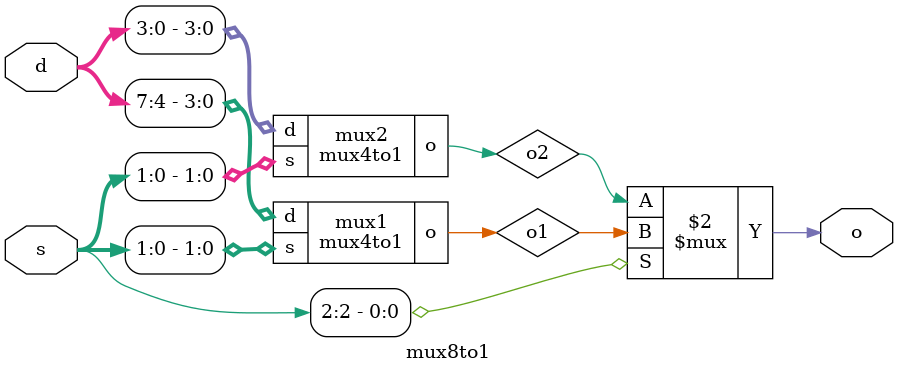
<source format=v>
`timescale 1ns / 1ps

module mux4to1(
    input [1:0]s,
    input [3:0]d,
    output o
);

assign o = (((!s[1])&(!s[0]))&(d[0])) | (((!s[1])&(s[0]))&(d[1])) | (((s[1])&(!s[0]))&(d[2]))  | (((s[1])&(s[0]))&(d[3]));

endmodule


module mux8to1(
    input [2:0]s,
    input [7:0]d,
    output o
    );

wire o1,o2;

mux4to1 mux1(.d(d[7:4]),.s(s[1:0]),.o(o1));
mux4to1 mux2(.d(d[3:0]),.s(s[1:0]),.o(o2));

assign o = s[2]==1?o1:o2;
    
endmodule
</source>
